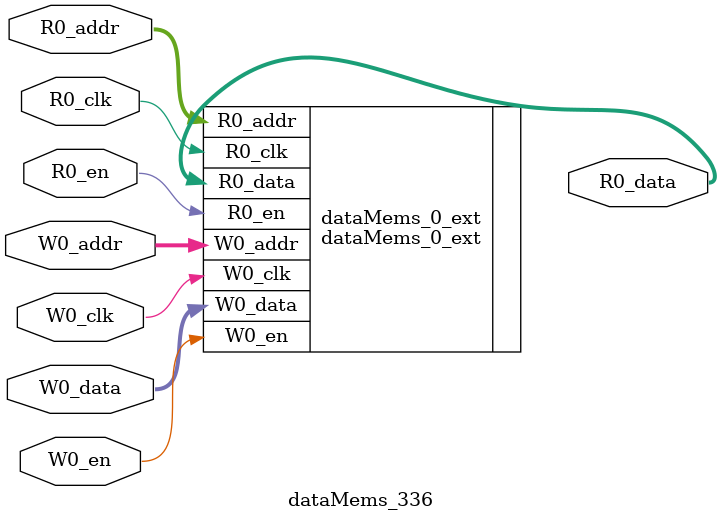
<source format=sv>
`ifndef RANDOMIZE
  `ifdef RANDOMIZE_REG_INIT
    `define RANDOMIZE
  `endif // RANDOMIZE_REG_INIT
`endif // not def RANDOMIZE
`ifndef RANDOMIZE
  `ifdef RANDOMIZE_MEM_INIT
    `define RANDOMIZE
  `endif // RANDOMIZE_MEM_INIT
`endif // not def RANDOMIZE

`ifndef RANDOM
  `define RANDOM $random
`endif // not def RANDOM

// Users can define 'PRINTF_COND' to add an extra gate to prints.
`ifndef PRINTF_COND_
  `ifdef PRINTF_COND
    `define PRINTF_COND_ (`PRINTF_COND)
  `else  // PRINTF_COND
    `define PRINTF_COND_ 1
  `endif // PRINTF_COND
`endif // not def PRINTF_COND_

// Users can define 'ASSERT_VERBOSE_COND' to add an extra gate to assert error printing.
`ifndef ASSERT_VERBOSE_COND_
  `ifdef ASSERT_VERBOSE_COND
    `define ASSERT_VERBOSE_COND_ (`ASSERT_VERBOSE_COND)
  `else  // ASSERT_VERBOSE_COND
    `define ASSERT_VERBOSE_COND_ 1
  `endif // ASSERT_VERBOSE_COND
`endif // not def ASSERT_VERBOSE_COND_

// Users can define 'STOP_COND' to add an extra gate to stop conditions.
`ifndef STOP_COND_
  `ifdef STOP_COND
    `define STOP_COND_ (`STOP_COND)
  `else  // STOP_COND
    `define STOP_COND_ 1
  `endif // STOP_COND
`endif // not def STOP_COND_

// Users can define INIT_RANDOM as general code that gets injected into the
// initializer block for modules with registers.
`ifndef INIT_RANDOM
  `define INIT_RANDOM
`endif // not def INIT_RANDOM

// If using random initialization, you can also define RANDOMIZE_DELAY to
// customize the delay used, otherwise 0.002 is used.
`ifndef RANDOMIZE_DELAY
  `define RANDOMIZE_DELAY 0.002
`endif // not def RANDOMIZE_DELAY

// Define INIT_RANDOM_PROLOG_ for use in our modules below.
`ifndef INIT_RANDOM_PROLOG_
  `ifdef RANDOMIZE
    `ifdef VERILATOR
      `define INIT_RANDOM_PROLOG_ `INIT_RANDOM
    `else  // VERILATOR
      `define INIT_RANDOM_PROLOG_ `INIT_RANDOM #`RANDOMIZE_DELAY begin end
    `endif // VERILATOR
  `else  // RANDOMIZE
    `define INIT_RANDOM_PROLOG_
  `endif // RANDOMIZE
`endif // not def INIT_RANDOM_PROLOG_

// Include register initializers in init blocks unless synthesis is set
`ifndef SYNTHESIS
  `ifndef ENABLE_INITIAL_REG_
    `define ENABLE_INITIAL_REG_
  `endif // not def ENABLE_INITIAL_REG_
`endif // not def SYNTHESIS

// Include rmemory initializers in init blocks unless synthesis is set
`ifndef SYNTHESIS
  `ifndef ENABLE_INITIAL_MEM_
    `define ENABLE_INITIAL_MEM_
  `endif // not def ENABLE_INITIAL_MEM_
`endif // not def SYNTHESIS

module dataMems_336(	// @[generators/ara/src/main/scala/UnsafeAXI4ToTL.scala:365:62]
  input  [4:0]  R0_addr,
  input         R0_en,
  input         R0_clk,
  output [66:0] R0_data,
  input  [4:0]  W0_addr,
  input         W0_en,
  input         W0_clk,
  input  [66:0] W0_data
);

  dataMems_0_ext dataMems_0_ext (	// @[generators/ara/src/main/scala/UnsafeAXI4ToTL.scala:365:62]
    .R0_addr (R0_addr),
    .R0_en   (R0_en),
    .R0_clk  (R0_clk),
    .R0_data (R0_data),
    .W0_addr (W0_addr),
    .W0_en   (W0_en),
    .W0_clk  (W0_clk),
    .W0_data (W0_data)
  );
endmodule


</source>
